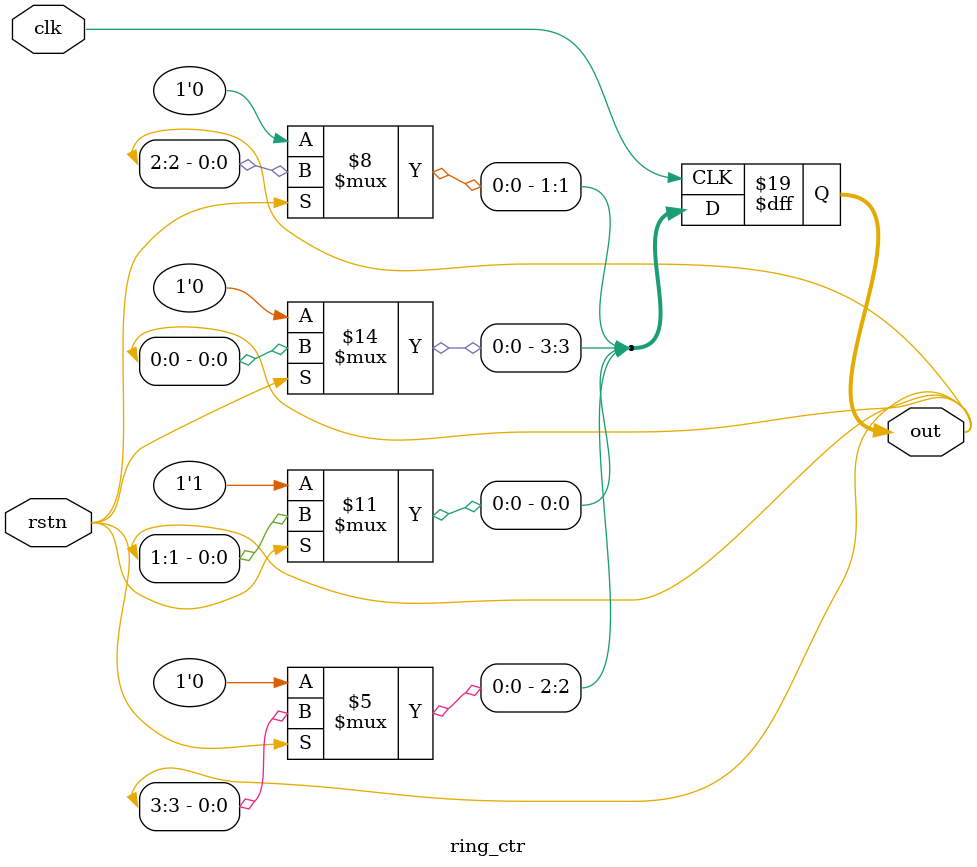
<source format=v>
module ring_ctr  #(parameter WIDTH=4)   
  (    
    input clk,                  
    input rstn,  
    output reg [WIDTH-1:0] out  
  );  
  integer i;
   
  always @ (posedge clk) begin  
      if (!rstn)  
         out <= 1;  
      else begin  
        out[WIDTH-1] <= out[0];  
        for (i = 0; i < WIDTH-1; i=i+1) begin  
          out[i] <= out[i+1];  
        end  
      end  
  end  
endmodule 

</source>
